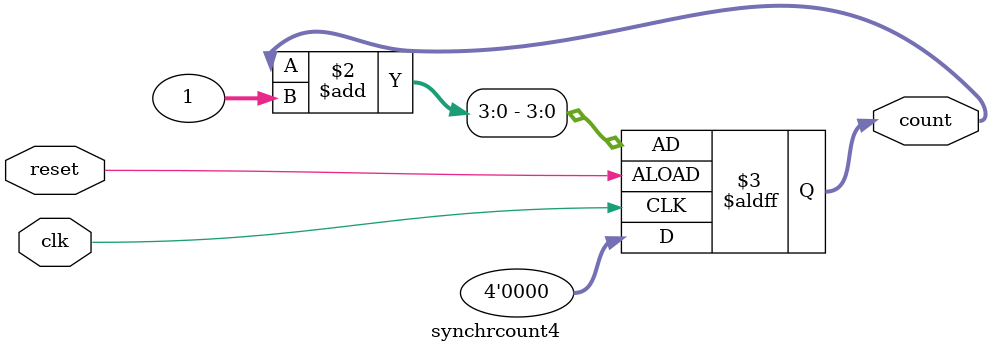
<source format=v>
module synchrcount4(
    output [3:0] count,
    input clk,
    input reset
);
reg [3:0] count;
always @(posedge clk or negedge reset)
    if(reset)
        count<=4'b0000;
    else
        count<=count+1;

endmodule
</source>
